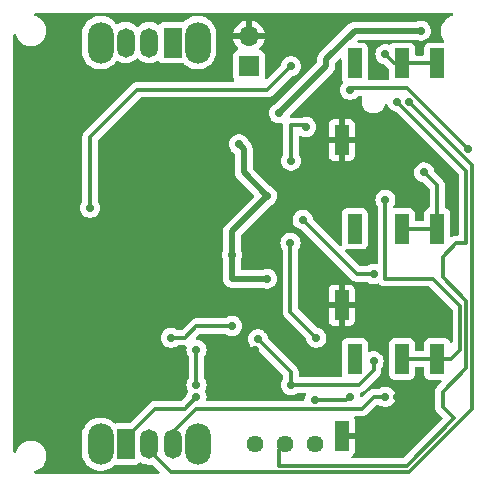
<source format=gbl>
%TF.GenerationSoftware,KiCad,Pcbnew,8.0.2*%
%TF.CreationDate,2025-06-15T12:49:30+05:30*%
%TF.ProjectId,final schematics,66696e61-6c20-4736-9368-656d61746963,1.0*%
%TF.SameCoordinates,Original*%
%TF.FileFunction,Copper,L2,Bot*%
%TF.FilePolarity,Positive*%
%FSLAX46Y46*%
G04 Gerber Fmt 4.6, Leading zero omitted, Abs format (unit mm)*
G04 Created by KiCad (PCBNEW 8.0.2) date 2025-06-15 12:49:30*
%MOMM*%
%LPD*%
G01*
G04 APERTURE LIST*
%TA.AperFunction,ComponentPad*%
%ADD10O,2.200000X3.500000*%
%TD*%
%TA.AperFunction,ComponentPad*%
%ADD11R,1.500000X2.500000*%
%TD*%
%TA.AperFunction,ComponentPad*%
%ADD12O,1.500000X2.500000*%
%TD*%
%TA.AperFunction,ComponentPad*%
%ADD13R,1.700000X1.700000*%
%TD*%
%TA.AperFunction,ComponentPad*%
%ADD14O,1.700000X1.700000*%
%TD*%
%TA.AperFunction,ComponentPad*%
%ADD15C,1.440000*%
%TD*%
%TA.AperFunction,SMDPad,CuDef*%
%ADD16R,1.200000X2.500000*%
%TD*%
%TA.AperFunction,ViaPad*%
%ADD17C,0.700000*%
%TD*%
%TA.AperFunction,Conductor*%
%ADD18C,0.300000*%
%TD*%
%TA.AperFunction,Conductor*%
%ADD19C,0.500000*%
%TD*%
G04 APERTURE END LIST*
D10*
%TO.P,PSWT,*%
%TO.N,*%
X136100000Y-80000000D03*
X127900000Y-80000000D03*
D11*
%TO.P,PSWT,1,C*%
%TO.N,unconnected-(PSWT1-C-Pad1)*%
X134000000Y-80000000D03*
D12*
%TO.P,PSWT,2,B*%
%TO.N,switch*%
X132000000Y-80000000D03*
%TO.P,PSWT,3,A*%
%TO.N,+5V*%
X130000000Y-80000000D03*
%TD*%
D13*
%TO.P,BAT,1,Pin_1*%
%TO.N,switch*%
X140444205Y-82000000D03*
D14*
%TO.P,BAT,2,Pin_2*%
%TO.N,GND*%
X140444205Y-79460000D03*
%TD*%
D10*
%TO.P,MSWT,*%
%TO.N,*%
X127900000Y-114000000D03*
X136100000Y-114000000D03*
D11*
%TO.P,MSWT,1,C*%
%TO.N,Heart*%
X130000000Y-114000000D03*
D12*
%TO.P,MSWT,2,B*%
%TO.N,Net-(SW1-B)*%
X132000000Y-114000000D03*
%TO.P,MSWT,3,A*%
%TO.N,Lungs*%
X134000000Y-114000000D03*
%TD*%
D15*
%TO.P,POT,1,1*%
%TO.N,unconnected-(RV1-Pad1)*%
X146000000Y-114000000D03*
%TO.P,POT,2,2*%
%TO.N,Net-(C13-Pad2)*%
X143460000Y-114000000D03*
%TO.P,POT,3,3*%
%TO.N,Net-(U1B--)*%
X140920000Y-114000000D03*
%TD*%
D16*
%TO.P,Listen,R1*%
%TO.N,FSignal*%
X153400000Y-95750000D03*
%TO.P,Listen,R2*%
X156400000Y-95750000D03*
%TO.P,Listen,S*%
%TO.N,GND*%
X148300000Y-102250000D03*
%TO.P,Listen,T*%
%TO.N,unconnected-(J4-PadT)*%
X149400000Y-95750000D03*
%TD*%
%TO.P,Record,R1*%
%TO.N,Net-(J5-PadR1)*%
X153400000Y-106800000D03*
%TO.P,Record,R2*%
X156400000Y-106800000D03*
%TO.P,Record,S*%
%TO.N,GND*%
X148300000Y-113300000D03*
%TO.P,Record,T*%
%TO.N,unconnected-(J5-PadT)*%
X149400000Y-106800000D03*
%TD*%
%TO.P,AFE in,R1*%
%TO.N,Signal*%
X153400000Y-81750000D03*
%TO.P,AFE in,R2*%
X156400000Y-81750000D03*
%TO.P,AFE in,S*%
%TO.N,GND*%
X148300000Y-88250000D03*
%TO.P,AFE in,T*%
%TO.N,unconnected-(J3-PadT)*%
X149400000Y-81750000D03*
%TD*%
D17*
%TO.N,FSignal*%
X155300000Y-91000000D03*
%TO.N,GND*%
X141000000Y-106000000D03*
X137000000Y-100000000D03*
X154000000Y-93000000D03*
X125971020Y-110300000D03*
X151000000Y-103000000D03*
X136000000Y-86000000D03*
X148000000Y-100000000D03*
X136000000Y-92000000D03*
X125000000Y-105000000D03*
X151000000Y-113300000D03*
X153000000Y-110000000D03*
%TO.N,+5V*%
X155000000Y-79000000D03*
X143000000Y-86000000D03*
%TO.N,Net-(U2A-+)*%
X139000000Y-104000000D03*
X133850000Y-105000000D03*
%TO.N,Signal*%
X152000000Y-81000000D03*
X127000000Y-94000000D03*
X144000000Y-82000000D03*
%TO.N,Net-(C6-Pad2)*%
X145000000Y-95000000D03*
X151000000Y-99602500D03*
%TO.N,Heart*%
X136000000Y-110000000D03*
%TO.N,Lungs*%
X152000000Y-110000000D03*
%TO.N,2.5V*%
X139615921Y-88615919D03*
X142000000Y-93000000D03*
X139000000Y-98000000D03*
X142000000Y-100000000D03*
%TO.N,Net-(SW1-B)*%
X154000000Y-85000000D03*
%TO.N,Net-(U2A--)*%
X136000000Y-106000000D03*
X136000000Y-109000000D03*
%TO.N,Net-(U2C--)*%
X146000000Y-110300000D03*
X149000000Y-110000000D03*
%TO.N,Net-(C13-Pad2)*%
X153000000Y-85000000D03*
%TO.N,Net-(U2D-+)*%
X151000000Y-107000000D03*
X144000000Y-109000000D03*
X141192749Y-105120883D03*
%TO.N,Net-(J5-PadR1)*%
X152000000Y-93300000D03*
%TO.N,Net-(R10-Pad1)*%
X143958716Y-96972117D03*
X146150000Y-105000000D03*
%TO.N,Net-(U1B--)*%
X149000000Y-84000000D03*
X159000000Y-89000000D03*
X145260200Y-87149702D03*
X144000000Y-90000000D03*
%TD*%
D18*
%TO.N,FSignal*%
X156400000Y-92100000D02*
X156400000Y-95750000D01*
X156400000Y-95750000D02*
X153400000Y-95750000D01*
X155300000Y-91000000D02*
X156400000Y-92100000D01*
%TO.N,GND*%
X148300000Y-102250000D02*
X148300000Y-100300000D01*
X148300000Y-100300000D02*
X148000000Y-100000000D01*
X151000000Y-113300000D02*
X148300000Y-113300000D01*
D19*
%TO.N,+5V*%
X143000000Y-86000000D02*
X147000000Y-82000000D01*
X153000000Y-79000000D02*
X155000000Y-79000000D01*
X149400000Y-79000000D02*
X153000000Y-79000000D01*
X147000000Y-81400000D02*
X149400000Y-79000000D01*
X147000000Y-82000000D02*
X147000000Y-81400000D01*
D18*
%TO.N,Net-(U2A-+)*%
X135000000Y-105000000D02*
X136000000Y-104000000D01*
X136000000Y-104000000D02*
X139000000Y-104000000D01*
X133850000Y-105000000D02*
X135000000Y-105000000D01*
%TO.N,Signal*%
X153400000Y-81750000D02*
X152750000Y-81750000D01*
X144000000Y-82000000D02*
X142000000Y-84000000D01*
X142000000Y-84000000D02*
X131000000Y-84000000D01*
X131000000Y-84000000D02*
X127000000Y-88000000D01*
X153400000Y-81750000D02*
X156400000Y-81750000D01*
X127000000Y-88000000D02*
X127000000Y-94000000D01*
X152750000Y-81750000D02*
X152000000Y-81000000D01*
%TO.N,Net-(C6-Pad2)*%
X145000000Y-95000000D02*
X149602500Y-99602500D01*
X149602500Y-99602500D02*
X151000000Y-99602500D01*
%TO.N,Heart*%
X130000000Y-113500000D02*
X130000000Y-114000000D01*
X132500000Y-111000000D02*
X130000000Y-113500000D01*
X136000000Y-110000000D02*
X135000000Y-111000000D01*
X135000000Y-111000000D02*
X132500000Y-111000000D01*
%TO.N,Lungs*%
X136000000Y-111000000D02*
X134000000Y-113000000D01*
X134000000Y-113000000D02*
X134000000Y-114000000D01*
X150000000Y-111000000D02*
X136000000Y-111000000D01*
X151000000Y-110000000D02*
X150000000Y-111000000D01*
X152000000Y-110000000D02*
X151000000Y-110000000D01*
D19*
%TO.N,2.5V*%
X140000000Y-91000000D02*
X140000000Y-89000000D01*
X139615921Y-88615921D02*
X139615921Y-88615919D01*
X139000000Y-100000000D02*
X139000000Y-98000000D01*
X142000000Y-100000000D02*
X139000000Y-100000000D01*
X140000000Y-89000000D02*
X139615921Y-88615921D01*
X139000000Y-96000000D02*
X142000000Y-93000000D01*
X142000000Y-93000000D02*
X140000000Y-91000000D01*
X139000000Y-98000000D02*
X139000000Y-96000000D01*
D18*
%TO.N,Net-(SW1-B)*%
X133850000Y-116350000D02*
X136000000Y-116350000D01*
X159000000Y-90000000D02*
X154000000Y-85000000D01*
X159350000Y-111000000D02*
X159350000Y-90350000D01*
X154000000Y-116350000D02*
X159350000Y-111000000D01*
X136000000Y-116350000D02*
X154000000Y-116350000D01*
X159350000Y-90350000D02*
X159000000Y-90000000D01*
X132000000Y-114000000D02*
X132000000Y-114500000D01*
X132000000Y-114500000D02*
X133850000Y-116350000D01*
%TO.N,Net-(U2A--)*%
X136000000Y-109000000D02*
X136000000Y-106000000D01*
%TO.N,Net-(U2C--)*%
X149000000Y-110000000D02*
X148700000Y-110300000D01*
X148700000Y-110300000D02*
X146000000Y-110300000D01*
%TO.N,Net-(C13-Pad2)*%
X143000000Y-115850000D02*
X143000000Y-114460000D01*
X156850000Y-99850000D02*
X158850000Y-101850000D01*
X158000000Y-97000000D02*
X156850000Y-98150000D01*
X143000000Y-114460000D02*
X143460000Y-114000000D01*
X153792894Y-115850000D02*
X143000000Y-115850000D01*
X158850000Y-97000000D02*
X158000000Y-97000000D01*
X156850000Y-109573654D02*
X156850000Y-110850000D01*
X158850000Y-90850000D02*
X158850000Y-97000000D01*
X156850000Y-98150000D02*
X156850000Y-99850000D01*
X158850000Y-107573654D02*
X156850000Y-109573654D01*
X157821447Y-111821447D02*
X153792894Y-115850000D01*
X153000000Y-85000000D02*
X158850000Y-90850000D01*
X156850000Y-110850000D02*
X157821447Y-111821447D01*
X158850000Y-101850000D02*
X158850000Y-107573654D01*
%TO.N,Net-(U2D-+)*%
X144000000Y-109000000D02*
X149750000Y-109000000D01*
X149750000Y-109000000D02*
X151000000Y-107750000D01*
X141192749Y-105120883D02*
X144000000Y-107928134D01*
X144000000Y-107928134D02*
X144000000Y-109000000D01*
X151000000Y-107750000D02*
X151000000Y-107000000D01*
%TO.N,Net-(J5-PadR1)*%
X157550000Y-106800000D02*
X156400000Y-106800000D01*
X152000000Y-100000000D02*
X156000000Y-100000000D01*
X152000000Y-93300000D02*
X152000000Y-100000000D01*
X156400000Y-106800000D02*
X153400000Y-106800000D01*
X158350000Y-102350000D02*
X158350000Y-106000000D01*
X156000000Y-100000000D02*
X158350000Y-102350000D01*
X158350000Y-106000000D02*
X157550000Y-106800000D01*
%TO.N,Net-(R10-Pad1)*%
X143958716Y-102808716D02*
X143958716Y-96972117D01*
X146150000Y-105000000D02*
X143958716Y-102808716D01*
%TO.N,Net-(U1B--)*%
X145110498Y-87000000D02*
X145260200Y-87149702D01*
X153850000Y-83850000D02*
X159000000Y-89000000D01*
X149150000Y-83850000D02*
X153850000Y-83850000D01*
X144000000Y-87000000D02*
X145110498Y-87000000D01*
X144000000Y-90000000D02*
X144000000Y-87000000D01*
X149000000Y-84000000D02*
X149150000Y-83850000D01*
%TD*%
%TA.AperFunction,Conductor*%
%TO.N,GND*%
G36*
X157690614Y-77520185D02*
G01*
X157736369Y-77572989D01*
X157746313Y-77642147D01*
X157717288Y-77705703D01*
X157661894Y-77742431D01*
X157500776Y-77794781D01*
X157318386Y-77887715D01*
X157152786Y-78008028D01*
X157008028Y-78152786D01*
X156887715Y-78318386D01*
X156794781Y-78500776D01*
X156731522Y-78695465D01*
X156699500Y-78897648D01*
X156699500Y-79102351D01*
X156731522Y-79304534D01*
X156794781Y-79499223D01*
X156887712Y-79681609D01*
X156975627Y-79802615D01*
X156999106Y-79868422D01*
X156983280Y-79936476D01*
X156933174Y-79985170D01*
X156875308Y-79999500D01*
X155752129Y-79999500D01*
X155752123Y-79999501D01*
X155692516Y-80005908D01*
X155557671Y-80056202D01*
X155557664Y-80056206D01*
X155442455Y-80142452D01*
X155442452Y-80142455D01*
X155356206Y-80257664D01*
X155356202Y-80257671D01*
X155305908Y-80392517D01*
X155299501Y-80452116D01*
X155299501Y-80452123D01*
X155299500Y-80452135D01*
X155299500Y-80975500D01*
X155279815Y-81042539D01*
X155227011Y-81088294D01*
X155175500Y-81099500D01*
X154624499Y-81099500D01*
X154557460Y-81079815D01*
X154511705Y-81027011D01*
X154500499Y-80975500D01*
X154500499Y-80452129D01*
X154500498Y-80452123D01*
X154500497Y-80452116D01*
X154494091Y-80392517D01*
X154471177Y-80331082D01*
X154443797Y-80257671D01*
X154443793Y-80257664D01*
X154357547Y-80142455D01*
X154357544Y-80142452D01*
X154242335Y-80056206D01*
X154242328Y-80056202D01*
X154107482Y-80005908D01*
X154107483Y-80005908D01*
X154047883Y-79999501D01*
X154047881Y-79999500D01*
X154047873Y-79999500D01*
X154047864Y-79999500D01*
X152752129Y-79999500D01*
X152752123Y-79999501D01*
X152692516Y-80005908D01*
X152557671Y-80056202D01*
X152557664Y-80056206D01*
X152442457Y-80142451D01*
X152442449Y-80142459D01*
X152432384Y-80155904D01*
X152376449Y-80197774D01*
X152306757Y-80202756D01*
X152282686Y-80194871D01*
X152264267Y-80186671D01*
X152264265Y-80186670D01*
X152119519Y-80155904D01*
X152089391Y-80149500D01*
X151910609Y-80149500D01*
X151880481Y-80155904D01*
X151735733Y-80186670D01*
X151735728Y-80186672D01*
X151572408Y-80259387D01*
X151427768Y-80364475D01*
X151308140Y-80497336D01*
X151218750Y-80652164D01*
X151218747Y-80652170D01*
X151163504Y-80822192D01*
X151163503Y-80822194D01*
X151144815Y-81000000D01*
X151163503Y-81177805D01*
X151163504Y-81177807D01*
X151218747Y-81347829D01*
X151218750Y-81347835D01*
X151308141Y-81502665D01*
X151310820Y-81505640D01*
X151427764Y-81635521D01*
X151427767Y-81635523D01*
X151427770Y-81635526D01*
X151572407Y-81740612D01*
X151735733Y-81813329D01*
X151900012Y-81848247D01*
X151961493Y-81881439D01*
X151961911Y-81881856D01*
X152263181Y-82183126D01*
X152296666Y-82244449D01*
X152299500Y-82270807D01*
X152299500Y-83047870D01*
X152299501Y-83047879D01*
X152301046Y-83062248D01*
X152288639Y-83131007D01*
X152241027Y-83182143D01*
X152177756Y-83199500D01*
X150622244Y-83199500D01*
X150555205Y-83179815D01*
X150509450Y-83127011D01*
X150498954Y-83062247D01*
X150500500Y-83047873D01*
X150500499Y-80452128D01*
X150494091Y-80392517D01*
X150471177Y-80331082D01*
X150443797Y-80257671D01*
X150443793Y-80257664D01*
X150357547Y-80142455D01*
X150357544Y-80142452D01*
X150242335Y-80056206D01*
X150242328Y-80056202D01*
X150107482Y-80005908D01*
X150107483Y-80005908D01*
X150047883Y-79999501D01*
X150047881Y-79999500D01*
X150047873Y-79999500D01*
X150047865Y-79999500D01*
X149761229Y-79999500D01*
X149694190Y-79979815D01*
X149648435Y-79927011D01*
X149638491Y-79857853D01*
X149667516Y-79794297D01*
X149673548Y-79787819D01*
X149674548Y-79786819D01*
X149735871Y-79753334D01*
X149762229Y-79750500D01*
X152926082Y-79750500D01*
X154568259Y-79750500D01*
X154618693Y-79761219D01*
X154735733Y-79813329D01*
X154910609Y-79850500D01*
X154910610Y-79850500D01*
X155089389Y-79850500D01*
X155089391Y-79850500D01*
X155264267Y-79813329D01*
X155427593Y-79740612D01*
X155572230Y-79635526D01*
X155691859Y-79502665D01*
X155781250Y-79347835D01*
X155836497Y-79177803D01*
X155855185Y-79000000D01*
X155836497Y-78822197D01*
X155808365Y-78735616D01*
X155781252Y-78652170D01*
X155781249Y-78652164D01*
X155744739Y-78588926D01*
X155691859Y-78497335D01*
X155631659Y-78430476D01*
X155572235Y-78364478D01*
X155572232Y-78364476D01*
X155572231Y-78364475D01*
X155572230Y-78364474D01*
X155427593Y-78259388D01*
X155264267Y-78186671D01*
X155264265Y-78186670D01*
X155104850Y-78152786D01*
X155089391Y-78149500D01*
X154910609Y-78149500D01*
X154895150Y-78152786D01*
X154735733Y-78186670D01*
X154618694Y-78238780D01*
X154568259Y-78249500D01*
X153073918Y-78249500D01*
X149326082Y-78249500D01*
X149299770Y-78254734D01*
X149299769Y-78254734D01*
X149181094Y-78278339D01*
X149181087Y-78278341D01*
X149113822Y-78306204D01*
X149113821Y-78306204D01*
X149044511Y-78334912D01*
X149044498Y-78334919D01*
X148966102Y-78387303D01*
X148921582Y-78417049D01*
X146417047Y-80921584D01*
X146406252Y-80937740D01*
X146395504Y-80953828D01*
X146365106Y-80999321D01*
X146334914Y-81044507D01*
X146278343Y-81181082D01*
X146278340Y-81181092D01*
X146249500Y-81326079D01*
X146249500Y-81637769D01*
X146229815Y-81704808D01*
X146213181Y-81725450D01*
X142780820Y-85157810D01*
X142740894Y-85182289D01*
X142741669Y-85184029D01*
X142735736Y-85186670D01*
X142735733Y-85186671D01*
X142572408Y-85259388D01*
X142572406Y-85259389D01*
X142427768Y-85364475D01*
X142308140Y-85497336D01*
X142218750Y-85652164D01*
X142218747Y-85652170D01*
X142163504Y-85822192D01*
X142163503Y-85822194D01*
X142144815Y-86000000D01*
X142163503Y-86177805D01*
X142163504Y-86177807D01*
X142218747Y-86347829D01*
X142218750Y-86347835D01*
X142308141Y-86502665D01*
X142349812Y-86548946D01*
X142427764Y-86635521D01*
X142427767Y-86635523D01*
X142427770Y-86635526D01*
X142572407Y-86740612D01*
X142735733Y-86813329D01*
X142910609Y-86850500D01*
X142910610Y-86850500D01*
X143089389Y-86850500D01*
X143089391Y-86850500D01*
X143199719Y-86827049D01*
X143269386Y-86832365D01*
X143325120Y-86874502D01*
X143349225Y-86940082D01*
X143349500Y-86948339D01*
X143349500Y-89403802D01*
X143329815Y-89470841D01*
X143317651Y-89486773D01*
X143308140Y-89497336D01*
X143218750Y-89652164D01*
X143218747Y-89652170D01*
X143163504Y-89822192D01*
X143163503Y-89822194D01*
X143144815Y-90000000D01*
X143163503Y-90177805D01*
X143163504Y-90177807D01*
X143218747Y-90347829D01*
X143218750Y-90347835D01*
X143308141Y-90502665D01*
X143349812Y-90548946D01*
X143427764Y-90635521D01*
X143427767Y-90635523D01*
X143427770Y-90635526D01*
X143572407Y-90740612D01*
X143735733Y-90813329D01*
X143910609Y-90850500D01*
X143910610Y-90850500D01*
X144089389Y-90850500D01*
X144089391Y-90850500D01*
X144264267Y-90813329D01*
X144427593Y-90740612D01*
X144572230Y-90635526D01*
X144691859Y-90502665D01*
X144781250Y-90347835D01*
X144836497Y-90177803D01*
X144855185Y-90000000D01*
X144836497Y-89822197D01*
X144781250Y-89652165D01*
X144721020Y-89547844D01*
X147200000Y-89547844D01*
X147206401Y-89607372D01*
X147206403Y-89607379D01*
X147256645Y-89742086D01*
X147256649Y-89742093D01*
X147342809Y-89857187D01*
X147342812Y-89857190D01*
X147457906Y-89943350D01*
X147457913Y-89943354D01*
X147592620Y-89993596D01*
X147592627Y-89993598D01*
X147652155Y-89999999D01*
X147652172Y-90000000D01*
X148050000Y-90000000D01*
X148550000Y-90000000D01*
X148947828Y-90000000D01*
X148947844Y-89999999D01*
X149007372Y-89993598D01*
X149007379Y-89993596D01*
X149142086Y-89943354D01*
X149142093Y-89943350D01*
X149257187Y-89857190D01*
X149257190Y-89857187D01*
X149343350Y-89742093D01*
X149343354Y-89742086D01*
X149393596Y-89607379D01*
X149393598Y-89607372D01*
X149399999Y-89547844D01*
X149400000Y-89547827D01*
X149400000Y-88500000D01*
X148550000Y-88500000D01*
X148550000Y-90000000D01*
X148050000Y-90000000D01*
X148050000Y-88500000D01*
X147200000Y-88500000D01*
X147200000Y-89547844D01*
X144721020Y-89547844D01*
X144691859Y-89497335D01*
X144682349Y-89486773D01*
X144652120Y-89423782D01*
X144650500Y-89403802D01*
X144650500Y-87999948D01*
X144670185Y-87932909D01*
X144722989Y-87887154D01*
X144792147Y-87877210D01*
X144826094Y-87888962D01*
X144826670Y-87887670D01*
X144832604Y-87890312D01*
X144832607Y-87890314D01*
X144995933Y-87963031D01*
X145170809Y-88000202D01*
X145170810Y-88000202D01*
X145349589Y-88000202D01*
X145349591Y-88000202D01*
X145524467Y-87963031D01*
X145687793Y-87890314D01*
X145832430Y-87785228D01*
X145952059Y-87652367D01*
X146041450Y-87497537D01*
X146096697Y-87327505D01*
X146115385Y-87149702D01*
X146096697Y-86971899D01*
X146090282Y-86952155D01*
X147200000Y-86952155D01*
X147200000Y-88000000D01*
X148050000Y-88000000D01*
X148550000Y-88000000D01*
X149400000Y-88000000D01*
X149400000Y-86952172D01*
X149399999Y-86952155D01*
X149393598Y-86892627D01*
X149393596Y-86892620D01*
X149343354Y-86757913D01*
X149343350Y-86757906D01*
X149257190Y-86642812D01*
X149257187Y-86642809D01*
X149142093Y-86556649D01*
X149142086Y-86556645D01*
X149007379Y-86506403D01*
X149007372Y-86506401D01*
X148947844Y-86500000D01*
X148550000Y-86500000D01*
X148550000Y-88000000D01*
X148050000Y-88000000D01*
X148050000Y-86500000D01*
X147652155Y-86500000D01*
X147592627Y-86506401D01*
X147592620Y-86506403D01*
X147457913Y-86556645D01*
X147457906Y-86556649D01*
X147342812Y-86642809D01*
X147342809Y-86642812D01*
X147256649Y-86757906D01*
X147256645Y-86757913D01*
X147206403Y-86892620D01*
X147206401Y-86892627D01*
X147200000Y-86952155D01*
X146090282Y-86952155D01*
X146057252Y-86850500D01*
X146041452Y-86801872D01*
X146041449Y-86801866D01*
X146006083Y-86740610D01*
X145952059Y-86647037D01*
X145905203Y-86594998D01*
X145832435Y-86514180D01*
X145832432Y-86514178D01*
X145832431Y-86514177D01*
X145832430Y-86514176D01*
X145687793Y-86409090D01*
X145524467Y-86336373D01*
X145524465Y-86336372D01*
X145396794Y-86309235D01*
X145349591Y-86299202D01*
X145170809Y-86299202D01*
X145133639Y-86307102D01*
X144995934Y-86336372D01*
X144995925Y-86336375D01*
X144990525Y-86338780D01*
X144940092Y-86349500D01*
X144011229Y-86349500D01*
X143944190Y-86329815D01*
X143898435Y-86277011D01*
X143888491Y-86207853D01*
X143917516Y-86144297D01*
X143923548Y-86137819D01*
X147582948Y-82478419D01*
X147582951Y-82478416D01*
X147665084Y-82355495D01*
X147721658Y-82218913D01*
X147750500Y-82073918D01*
X147750500Y-81926083D01*
X147750500Y-81762229D01*
X147770185Y-81695190D01*
X147786819Y-81674548D01*
X147925807Y-81535560D01*
X148087821Y-81373545D01*
X148149142Y-81340062D01*
X148218833Y-81345046D01*
X148274767Y-81386917D01*
X148299184Y-81452382D01*
X148299500Y-81461228D01*
X148299500Y-83047870D01*
X148299501Y-83047876D01*
X148305908Y-83107483D01*
X148356202Y-83242328D01*
X148356206Y-83242334D01*
X148377559Y-83270859D01*
X148401976Y-83336323D01*
X148387124Y-83404596D01*
X148370443Y-83428140D01*
X148308140Y-83497336D01*
X148218750Y-83652164D01*
X148218747Y-83652170D01*
X148163504Y-83822192D01*
X148163503Y-83822194D01*
X148144815Y-84000000D01*
X148163503Y-84177805D01*
X148163504Y-84177807D01*
X148218747Y-84347829D01*
X148218750Y-84347835D01*
X148308141Y-84502665D01*
X148329235Y-84526092D01*
X148427764Y-84635521D01*
X148427767Y-84635523D01*
X148427770Y-84635526D01*
X148572407Y-84740612D01*
X148735733Y-84813329D01*
X148910609Y-84850500D01*
X148910610Y-84850500D01*
X149089389Y-84850500D01*
X149089391Y-84850500D01*
X149264267Y-84813329D01*
X149427593Y-84740612D01*
X149572230Y-84635526D01*
X149581257Y-84625501D01*
X149656867Y-84541528D01*
X149716354Y-84504879D01*
X149749017Y-84500500D01*
X149938387Y-84500500D01*
X150005426Y-84520185D01*
X150051181Y-84572989D01*
X150061125Y-84642147D01*
X150052949Y-84671951D01*
X150037949Y-84708165D01*
X150037947Y-84708170D01*
X149999500Y-84901456D01*
X149999500Y-84901459D01*
X149999500Y-85098541D01*
X149999500Y-85098543D01*
X149999499Y-85098543D01*
X150037947Y-85291829D01*
X150037950Y-85291839D01*
X150113364Y-85473907D01*
X150113371Y-85473920D01*
X150222860Y-85637781D01*
X150222863Y-85637785D01*
X150362214Y-85777136D01*
X150362218Y-85777139D01*
X150526079Y-85886628D01*
X150526092Y-85886635D01*
X150708160Y-85962049D01*
X150708165Y-85962051D01*
X150708169Y-85962051D01*
X150708170Y-85962052D01*
X150901456Y-86000500D01*
X150901459Y-86000500D01*
X151098543Y-86000500D01*
X151228582Y-85974632D01*
X151291835Y-85962051D01*
X151473914Y-85886632D01*
X151637782Y-85777139D01*
X151777139Y-85637782D01*
X151886632Y-85473914D01*
X151962051Y-85291835D01*
X151962053Y-85291823D01*
X151962608Y-85289997D01*
X151963164Y-85289148D01*
X151964382Y-85286208D01*
X151964939Y-85286438D01*
X152000904Y-85231557D01*
X152064715Y-85203098D01*
X152133782Y-85213656D01*
X152186177Y-85259879D01*
X152199201Y-85287670D01*
X152218747Y-85347829D01*
X152218750Y-85347835D01*
X152308141Y-85502665D01*
X152349812Y-85548946D01*
X152427764Y-85635521D01*
X152427767Y-85635523D01*
X152427770Y-85635526D01*
X152572407Y-85740612D01*
X152735733Y-85813329D01*
X152735735Y-85813329D01*
X152735736Y-85813330D01*
X152792275Y-85825347D01*
X152900010Y-85848247D01*
X152961490Y-85881438D01*
X152961909Y-85881855D01*
X158163181Y-91083127D01*
X158196666Y-91144450D01*
X158199500Y-91170808D01*
X158199500Y-96225500D01*
X158179815Y-96292539D01*
X158127011Y-96338294D01*
X158075500Y-96349500D01*
X157935929Y-96349500D01*
X157810261Y-96374497D01*
X157810251Y-96374500D01*
X157761220Y-96394810D01*
X157691881Y-96423530D01*
X157686500Y-96426407D01*
X157685708Y-96424926D01*
X157626711Y-96443399D01*
X157559331Y-96424914D01*
X157512642Y-96372935D01*
X157500499Y-96319419D01*
X157500499Y-94452129D01*
X157500498Y-94452123D01*
X157500497Y-94452116D01*
X157494091Y-94392517D01*
X157483632Y-94364476D01*
X157443797Y-94257671D01*
X157443793Y-94257664D01*
X157357547Y-94142455D01*
X157357544Y-94142452D01*
X157242335Y-94056206D01*
X157242329Y-94056203D01*
X157131166Y-94014741D01*
X157075233Y-93972869D01*
X157050816Y-93907405D01*
X157050500Y-93898559D01*
X157050500Y-92035928D01*
X157025502Y-91910261D01*
X157025501Y-91910260D01*
X157025501Y-91910256D01*
X156976465Y-91791873D01*
X156905277Y-91685331D01*
X156905275Y-91685329D01*
X156905273Y-91685326D01*
X156905272Y-91685325D01*
X156178628Y-90958682D01*
X156145143Y-90897359D01*
X156142988Y-90883961D01*
X156139471Y-90850500D01*
X156136497Y-90822197D01*
X156105062Y-90725451D01*
X156081252Y-90652170D01*
X156081249Y-90652164D01*
X156071643Y-90635526D01*
X155991859Y-90497335D01*
X155945003Y-90445296D01*
X155872235Y-90364478D01*
X155872232Y-90364476D01*
X155872231Y-90364475D01*
X155872230Y-90364474D01*
X155727593Y-90259388D01*
X155564267Y-90186671D01*
X155564265Y-90186670D01*
X155436594Y-90159533D01*
X155389391Y-90149500D01*
X155210609Y-90149500D01*
X155179954Y-90156015D01*
X155035733Y-90186670D01*
X155035728Y-90186672D01*
X154872408Y-90259387D01*
X154727768Y-90364475D01*
X154608140Y-90497336D01*
X154518750Y-90652164D01*
X154518747Y-90652170D01*
X154463504Y-90822192D01*
X154463503Y-90822194D01*
X154444815Y-91000000D01*
X154463503Y-91177805D01*
X154463504Y-91177807D01*
X154518747Y-91347829D01*
X154518750Y-91347835D01*
X154608141Y-91502665D01*
X154649812Y-91548946D01*
X154727764Y-91635521D01*
X154727767Y-91635523D01*
X154727770Y-91635526D01*
X154872407Y-91740612D01*
X155035733Y-91813329D01*
X155035735Y-91813329D01*
X155035736Y-91813330D01*
X155092275Y-91825347D01*
X155200010Y-91848247D01*
X155261490Y-91881438D01*
X155261909Y-91881855D01*
X155713181Y-92333127D01*
X155746666Y-92394450D01*
X155749500Y-92420808D01*
X155749500Y-93898560D01*
X155729815Y-93965599D01*
X155677011Y-94011354D01*
X155668833Y-94014742D01*
X155557671Y-94056202D01*
X155557664Y-94056206D01*
X155442455Y-94142452D01*
X155442452Y-94142455D01*
X155356206Y-94257664D01*
X155356202Y-94257671D01*
X155305908Y-94392517D01*
X155299501Y-94452116D01*
X155299501Y-94452123D01*
X155299500Y-94452135D01*
X155299500Y-94975500D01*
X155279815Y-95042539D01*
X155227011Y-95088294D01*
X155175500Y-95099500D01*
X154624499Y-95099500D01*
X154557460Y-95079815D01*
X154511705Y-95027011D01*
X154500499Y-94975500D01*
X154500499Y-94452129D01*
X154500498Y-94452123D01*
X154500497Y-94452116D01*
X154494091Y-94392517D01*
X154483632Y-94364476D01*
X154443797Y-94257671D01*
X154443793Y-94257664D01*
X154357547Y-94142455D01*
X154357544Y-94142452D01*
X154242335Y-94056206D01*
X154242328Y-94056202D01*
X154107482Y-94005908D01*
X154107483Y-94005908D01*
X154047883Y-93999501D01*
X154047881Y-93999500D01*
X154047873Y-93999500D01*
X154047865Y-93999500D01*
X152792212Y-93999500D01*
X152725173Y-93979815D01*
X152679418Y-93927011D01*
X152669474Y-93857853D01*
X152689408Y-93808754D01*
X152688610Y-93808293D01*
X152727686Y-93740610D01*
X152781250Y-93647835D01*
X152836497Y-93477803D01*
X152855185Y-93300000D01*
X152836497Y-93122197D01*
X152796793Y-93000000D01*
X152781252Y-92952170D01*
X152781249Y-92952164D01*
X152691859Y-92797335D01*
X152645003Y-92745296D01*
X152572235Y-92664478D01*
X152572232Y-92664476D01*
X152572231Y-92664475D01*
X152572230Y-92664474D01*
X152427593Y-92559388D01*
X152264267Y-92486671D01*
X152264265Y-92486670D01*
X152136594Y-92459533D01*
X152089391Y-92449500D01*
X151910609Y-92449500D01*
X151879954Y-92456015D01*
X151735733Y-92486670D01*
X151735728Y-92486672D01*
X151572408Y-92559387D01*
X151427768Y-92664475D01*
X151308140Y-92797336D01*
X151218750Y-92952164D01*
X151218747Y-92952170D01*
X151163504Y-93122192D01*
X151163503Y-93122194D01*
X151144815Y-93300000D01*
X151163503Y-93477805D01*
X151163504Y-93477807D01*
X151218747Y-93647829D01*
X151218750Y-93647835D01*
X151308141Y-93802665D01*
X151313209Y-93808293D01*
X151317648Y-93813223D01*
X151347879Y-93876213D01*
X151349500Y-93896197D01*
X151349500Y-98654160D01*
X151329815Y-98721199D01*
X151277011Y-98766954D01*
X151207853Y-98776898D01*
X151199720Y-98775451D01*
X151185395Y-98772406D01*
X151089391Y-98752000D01*
X150910609Y-98752000D01*
X150879954Y-98758515D01*
X150735733Y-98789170D01*
X150735728Y-98789172D01*
X150572408Y-98861888D01*
X150572403Y-98861890D01*
X150480974Y-98928318D01*
X150415168Y-98951798D01*
X150408089Y-98952000D01*
X149923308Y-98952000D01*
X149856269Y-98932315D01*
X149835627Y-98915681D01*
X148629033Y-97709087D01*
X148595548Y-97647764D01*
X148600532Y-97578072D01*
X148642404Y-97522139D01*
X148707868Y-97497722D01*
X148729960Y-97498116D01*
X148752127Y-97500500D01*
X150047872Y-97500499D01*
X150107483Y-97494091D01*
X150242331Y-97443796D01*
X150357546Y-97357546D01*
X150443796Y-97242331D01*
X150494091Y-97107483D01*
X150500500Y-97047873D01*
X150500499Y-94452128D01*
X150494091Y-94392517D01*
X150483632Y-94364476D01*
X150443797Y-94257671D01*
X150443793Y-94257664D01*
X150357547Y-94142455D01*
X150357544Y-94142452D01*
X150242335Y-94056206D01*
X150242328Y-94056202D01*
X150107482Y-94005908D01*
X150107483Y-94005908D01*
X150047883Y-93999501D01*
X150047881Y-93999500D01*
X150047873Y-93999500D01*
X150047864Y-93999500D01*
X148752129Y-93999500D01*
X148752123Y-93999501D01*
X148692516Y-94005908D01*
X148557671Y-94056202D01*
X148557664Y-94056206D01*
X148442455Y-94142452D01*
X148442452Y-94142455D01*
X148356206Y-94257664D01*
X148356202Y-94257671D01*
X148305908Y-94392517D01*
X148299501Y-94452116D01*
X148299501Y-94452123D01*
X148299500Y-94452135D01*
X148299500Y-97047870D01*
X148299501Y-97047886D01*
X148301882Y-97070035D01*
X148289473Y-97138794D01*
X148241860Y-97189929D01*
X148174160Y-97207205D01*
X148107867Y-97185137D01*
X148090911Y-97170965D01*
X145878628Y-94958682D01*
X145845143Y-94897359D01*
X145842988Y-94883961D01*
X145839471Y-94850500D01*
X145836497Y-94822197D01*
X145781250Y-94652165D01*
X145691859Y-94497335D01*
X145645003Y-94445296D01*
X145572235Y-94364478D01*
X145572232Y-94364476D01*
X145572231Y-94364475D01*
X145572230Y-94364474D01*
X145427593Y-94259388D01*
X145264267Y-94186671D01*
X145264265Y-94186670D01*
X145136594Y-94159533D01*
X145089391Y-94149500D01*
X144910609Y-94149500D01*
X144879954Y-94156015D01*
X144735733Y-94186670D01*
X144735728Y-94186672D01*
X144572408Y-94259387D01*
X144427768Y-94364475D01*
X144308140Y-94497336D01*
X144218750Y-94652164D01*
X144218747Y-94652170D01*
X144163504Y-94822192D01*
X144163503Y-94822194D01*
X144144815Y-95000000D01*
X144163503Y-95177805D01*
X144163504Y-95177807D01*
X144218747Y-95347829D01*
X144218750Y-95347835D01*
X144308141Y-95502665D01*
X144325176Y-95521584D01*
X144427764Y-95635521D01*
X144427767Y-95635523D01*
X144427770Y-95635526D01*
X144572407Y-95740612D01*
X144735733Y-95813329D01*
X144735735Y-95813329D01*
X144735736Y-95813330D01*
X144792275Y-95825347D01*
X144900010Y-95848247D01*
X144961490Y-95881438D01*
X144961909Y-95881855D01*
X149187825Y-100107772D01*
X149187832Y-100107778D01*
X149292634Y-100177804D01*
X149292633Y-100177805D01*
X149292642Y-100177808D01*
X149294373Y-100178965D01*
X149412756Y-100228001D01*
X149412760Y-100228001D01*
X149412761Y-100228002D01*
X149538428Y-100253000D01*
X149538431Y-100253000D01*
X150408089Y-100253000D01*
X150475128Y-100272685D01*
X150480976Y-100276682D01*
X150572407Y-100343112D01*
X150735733Y-100415829D01*
X150910609Y-100453000D01*
X150910610Y-100453000D01*
X151089389Y-100453000D01*
X151089391Y-100453000D01*
X151264267Y-100415829D01*
X151347416Y-100378808D01*
X151416663Y-100369525D01*
X151479940Y-100399153D01*
X151493705Y-100413427D01*
X151494729Y-100414675D01*
X151585327Y-100505273D01*
X151585331Y-100505276D01*
X151691866Y-100576461D01*
X151691875Y-100576466D01*
X151718692Y-100587574D01*
X151810256Y-100625501D01*
X151810260Y-100625501D01*
X151810261Y-100625502D01*
X151935928Y-100650500D01*
X151935931Y-100650500D01*
X152064069Y-100650500D01*
X155679192Y-100650500D01*
X155746231Y-100670185D01*
X155766873Y-100686819D01*
X157663181Y-102583127D01*
X157696666Y-102644450D01*
X157699500Y-102670808D01*
X157699500Y-105305951D01*
X157679815Y-105372990D01*
X157627011Y-105418745D01*
X157557853Y-105428689D01*
X157494297Y-105399664D01*
X157459318Y-105349284D01*
X157443797Y-105307671D01*
X157443793Y-105307664D01*
X157357547Y-105192455D01*
X157357544Y-105192452D01*
X157242335Y-105106206D01*
X157242328Y-105106202D01*
X157107482Y-105055908D01*
X157107483Y-105055908D01*
X157047883Y-105049501D01*
X157047881Y-105049500D01*
X157047873Y-105049500D01*
X157047864Y-105049500D01*
X155752129Y-105049500D01*
X155752123Y-105049501D01*
X155692516Y-105055908D01*
X155557671Y-105106202D01*
X155557664Y-105106206D01*
X155442455Y-105192452D01*
X155442452Y-105192455D01*
X155356206Y-105307664D01*
X155356202Y-105307671D01*
X155305908Y-105442517D01*
X155300015Y-105497335D01*
X155299501Y-105502123D01*
X155299500Y-105502135D01*
X155299500Y-106025500D01*
X155279815Y-106092539D01*
X155227011Y-106138294D01*
X155175500Y-106149500D01*
X154624499Y-106149500D01*
X154557460Y-106129815D01*
X154511705Y-106077011D01*
X154500499Y-106025500D01*
X154500499Y-105502129D01*
X154500498Y-105502123D01*
X154500497Y-105502116D01*
X154494091Y-105442517D01*
X154488933Y-105428689D01*
X154443797Y-105307671D01*
X154443793Y-105307664D01*
X154357547Y-105192455D01*
X154357544Y-105192452D01*
X154242335Y-105106206D01*
X154242328Y-105106202D01*
X154107482Y-105055908D01*
X154107483Y-105055908D01*
X154047883Y-105049501D01*
X154047881Y-105049500D01*
X154047873Y-105049500D01*
X154047864Y-105049500D01*
X152752129Y-105049500D01*
X152752123Y-105049501D01*
X152692516Y-105055908D01*
X152557671Y-105106202D01*
X152557664Y-105106206D01*
X152442455Y-105192452D01*
X152442452Y-105192455D01*
X152356206Y-105307664D01*
X152356202Y-105307671D01*
X152305908Y-105442517D01*
X152300015Y-105497335D01*
X152299501Y-105502123D01*
X152299500Y-105502135D01*
X152299500Y-108097870D01*
X152299501Y-108097876D01*
X152305908Y-108157483D01*
X152356202Y-108292328D01*
X152356206Y-108292335D01*
X152442452Y-108407544D01*
X152442455Y-108407547D01*
X152557664Y-108493793D01*
X152557671Y-108493797D01*
X152692517Y-108544091D01*
X152692516Y-108544091D01*
X152699444Y-108544835D01*
X152752127Y-108550500D01*
X154047872Y-108550499D01*
X154107483Y-108544091D01*
X154242331Y-108493796D01*
X154357546Y-108407546D01*
X154443796Y-108292331D01*
X154494091Y-108157483D01*
X154500500Y-108097873D01*
X154500500Y-107574500D01*
X154520185Y-107507461D01*
X154572989Y-107461706D01*
X154624500Y-107450500D01*
X155175501Y-107450500D01*
X155242540Y-107470185D01*
X155288295Y-107522989D01*
X155299501Y-107574500D01*
X155299501Y-108097876D01*
X155305908Y-108157483D01*
X155356202Y-108292328D01*
X155356206Y-108292335D01*
X155442452Y-108407544D01*
X155442455Y-108407547D01*
X155557664Y-108493793D01*
X155557671Y-108493797D01*
X155692517Y-108544091D01*
X155692516Y-108544091D01*
X155699444Y-108544835D01*
X155752127Y-108550500D01*
X156653846Y-108550499D01*
X156720885Y-108570183D01*
X156766640Y-108622987D01*
X156776584Y-108692146D01*
X156747559Y-108755702D01*
X156741527Y-108762180D01*
X156344727Y-109158979D01*
X156344726Y-109158980D01*
X156344723Y-109158985D01*
X156277639Y-109259386D01*
X156277638Y-109259387D01*
X156277637Y-109259386D01*
X156273535Y-109265526D01*
X156273534Y-109265528D01*
X156224499Y-109383909D01*
X156224499Y-109383910D01*
X156199500Y-109509582D01*
X156199500Y-109509585D01*
X156199500Y-110914069D01*
X156199500Y-110914071D01*
X156199499Y-110914071D01*
X156224497Y-111039738D01*
X156224499Y-111039744D01*
X156273534Y-111158125D01*
X156344726Y-111264673D01*
X156813819Y-111733766D01*
X156847304Y-111795089D01*
X156842320Y-111864781D01*
X156813819Y-111909128D01*
X153559767Y-115163181D01*
X153498444Y-115196666D01*
X153472086Y-115199500D01*
X149239269Y-115199500D01*
X149172230Y-115179815D01*
X149126475Y-115127011D01*
X149116531Y-115057853D01*
X149145556Y-114994297D01*
X149164958Y-114976234D01*
X149257187Y-114907190D01*
X149257190Y-114907187D01*
X149343350Y-114792093D01*
X149343354Y-114792086D01*
X149393596Y-114657379D01*
X149393598Y-114657372D01*
X149399999Y-114597844D01*
X149400000Y-114597827D01*
X149400000Y-113550000D01*
X148174000Y-113550000D01*
X148106961Y-113530315D01*
X148061206Y-113477511D01*
X148050000Y-113426000D01*
X148050000Y-113174000D01*
X148069685Y-113106961D01*
X148122489Y-113061206D01*
X148174000Y-113050000D01*
X149400000Y-113050000D01*
X149400000Y-112002172D01*
X149399999Y-112002155D01*
X149393598Y-111942627D01*
X149393596Y-111942620D01*
X149347054Y-111817833D01*
X149342070Y-111748142D01*
X149375555Y-111686818D01*
X149436878Y-111653334D01*
X149463236Y-111650500D01*
X150064071Y-111650500D01*
X150148615Y-111633682D01*
X150189744Y-111625501D01*
X150308127Y-111576465D01*
X150414669Y-111505277D01*
X151233127Y-110686819D01*
X151294450Y-110653334D01*
X151320808Y-110650500D01*
X151408089Y-110650500D01*
X151475128Y-110670185D01*
X151480976Y-110674182D01*
X151572407Y-110740612D01*
X151735733Y-110813329D01*
X151910609Y-110850500D01*
X151910610Y-110850500D01*
X152089389Y-110850500D01*
X152089391Y-110850500D01*
X152264267Y-110813329D01*
X152427593Y-110740612D01*
X152572230Y-110635526D01*
X152691859Y-110502665D01*
X152781250Y-110347835D01*
X152836497Y-110177803D01*
X152855185Y-110000000D01*
X152836497Y-109822197D01*
X152787105Y-109670185D01*
X152781252Y-109652170D01*
X152781249Y-109652164D01*
X152691859Y-109497335D01*
X152638433Y-109438000D01*
X152572235Y-109364478D01*
X152572232Y-109364476D01*
X152572231Y-109364475D01*
X152572230Y-109364474D01*
X152427593Y-109259388D01*
X152264267Y-109186671D01*
X152264265Y-109186670D01*
X152133986Y-109158979D01*
X152089391Y-109149500D01*
X151910609Y-109149500D01*
X151879954Y-109156015D01*
X151735733Y-109186670D01*
X151735728Y-109186672D01*
X151572410Y-109259387D01*
X151572403Y-109259390D01*
X151480974Y-109325818D01*
X151415168Y-109349298D01*
X151408089Y-109349500D01*
X150935929Y-109349500D01*
X150810261Y-109374497D01*
X150810251Y-109374500D01*
X150787535Y-109383910D01*
X150691881Y-109423530D01*
X150691863Y-109423540D01*
X150585332Y-109494721D01*
X150585325Y-109494727D01*
X150060398Y-110019654D01*
X149999075Y-110053139D01*
X149929383Y-110048155D01*
X149873450Y-110006283D01*
X149849397Y-109944938D01*
X149836497Y-109822197D01*
X149825855Y-109789444D01*
X149823860Y-109719603D01*
X149859941Y-109659770D01*
X149919595Y-109629508D01*
X149939744Y-109625501D01*
X150058127Y-109576465D01*
X150070906Y-109567926D01*
X150083684Y-109559389D01*
X150110679Y-109541351D01*
X150164669Y-109505277D01*
X151505277Y-108164669D01*
X151576465Y-108058127D01*
X151625501Y-107939744D01*
X151650500Y-107814069D01*
X151650500Y-107596197D01*
X151670185Y-107529158D01*
X151682352Y-107513223D01*
X151691859Y-107502665D01*
X151781250Y-107347835D01*
X151836497Y-107177803D01*
X151855185Y-107000000D01*
X151836497Y-106822197D01*
X151781250Y-106652165D01*
X151691859Y-106497335D01*
X151645003Y-106445296D01*
X151572235Y-106364478D01*
X151572232Y-106364476D01*
X151572231Y-106364475D01*
X151572230Y-106364474D01*
X151427593Y-106259388D01*
X151264267Y-106186671D01*
X151264265Y-106186670D01*
X151136594Y-106159533D01*
X151089391Y-106149500D01*
X150910609Y-106149500D01*
X150879954Y-106156015D01*
X150735733Y-106186670D01*
X150735732Y-106186670D01*
X150674934Y-106213740D01*
X150605684Y-106223024D01*
X150542407Y-106193395D01*
X150505195Y-106134260D01*
X150500499Y-106100460D01*
X150500499Y-105502129D01*
X150500498Y-105502123D01*
X150500497Y-105502116D01*
X150494091Y-105442517D01*
X150488933Y-105428689D01*
X150443797Y-105307671D01*
X150443793Y-105307664D01*
X150357547Y-105192455D01*
X150357544Y-105192452D01*
X150242335Y-105106206D01*
X150242328Y-105106202D01*
X150107482Y-105055908D01*
X150107483Y-105055908D01*
X150047883Y-105049501D01*
X150047881Y-105049500D01*
X150047873Y-105049500D01*
X150047864Y-105049500D01*
X148752129Y-105049500D01*
X148752123Y-105049501D01*
X148692516Y-105055908D01*
X148557671Y-105106202D01*
X148557664Y-105106206D01*
X148442455Y-105192452D01*
X148442452Y-105192455D01*
X148356206Y-105307664D01*
X148356202Y-105307671D01*
X148305908Y-105442517D01*
X148300015Y-105497335D01*
X148299501Y-105502123D01*
X148299500Y-105502135D01*
X148299500Y-108097870D01*
X148299501Y-108097876D01*
X148305909Y-108157485D01*
X148315115Y-108182168D01*
X148320099Y-108251860D01*
X148286613Y-108313182D01*
X148225289Y-108346667D01*
X148198933Y-108349500D01*
X144774500Y-108349500D01*
X144707461Y-108329815D01*
X144661706Y-108277011D01*
X144650500Y-108225500D01*
X144650500Y-107864062D01*
X144625502Y-107738395D01*
X144625501Y-107738394D01*
X144625501Y-107738390D01*
X144576465Y-107620007D01*
X144536541Y-107560256D01*
X144536541Y-107560255D01*
X144505274Y-107513461D01*
X144505271Y-107513458D01*
X142071377Y-105079565D01*
X142037892Y-105018242D01*
X142035737Y-105004844D01*
X142029246Y-104943081D01*
X142027536Y-104937819D01*
X141973999Y-104773048D01*
X141884608Y-104618218D01*
X141837752Y-104566179D01*
X141764984Y-104485361D01*
X141764981Y-104485359D01*
X141764980Y-104485358D01*
X141764979Y-104485357D01*
X141620342Y-104380271D01*
X141457016Y-104307554D01*
X141457014Y-104307553D01*
X141329343Y-104280416D01*
X141282140Y-104270383D01*
X141103358Y-104270383D01*
X141072703Y-104276898D01*
X140928482Y-104307553D01*
X140928477Y-104307555D01*
X140765157Y-104380270D01*
X140620517Y-104485358D01*
X140500889Y-104618219D01*
X140411499Y-104773047D01*
X140411496Y-104773053D01*
X140356253Y-104943075D01*
X140356252Y-104943077D01*
X140337564Y-105120883D01*
X140356252Y-105298688D01*
X140356253Y-105298690D01*
X140411496Y-105468712D01*
X140411499Y-105468718D01*
X140500890Y-105623548D01*
X140542561Y-105669829D01*
X140620513Y-105756404D01*
X140620516Y-105756406D01*
X140620519Y-105756409D01*
X140765156Y-105861495D01*
X140928482Y-105934212D01*
X140928484Y-105934212D01*
X140928485Y-105934213D01*
X140985024Y-105946230D01*
X141092759Y-105969130D01*
X141154239Y-106002321D01*
X141154658Y-106002738D01*
X143313181Y-108161261D01*
X143346666Y-108222584D01*
X143349500Y-108248942D01*
X143349500Y-108403802D01*
X143329815Y-108470841D01*
X143317651Y-108486773D01*
X143308140Y-108497336D01*
X143218750Y-108652164D01*
X143218747Y-108652170D01*
X143163504Y-108822192D01*
X143163503Y-108822194D01*
X143144815Y-109000000D01*
X143163503Y-109177805D01*
X143163504Y-109177807D01*
X143218747Y-109347829D01*
X143218748Y-109347830D01*
X143218750Y-109347835D01*
X143308141Y-109502665D01*
X143314372Y-109509585D01*
X143427764Y-109635521D01*
X143427767Y-109635523D01*
X143427770Y-109635526D01*
X143572407Y-109740612D01*
X143735733Y-109813329D01*
X143910609Y-109850500D01*
X143910610Y-109850500D01*
X144089389Y-109850500D01*
X144089391Y-109850500D01*
X144264267Y-109813329D01*
X144427593Y-109740612D01*
X144519025Y-109674182D01*
X144584831Y-109650702D01*
X144591911Y-109650500D01*
X145178142Y-109650500D01*
X145245181Y-109670185D01*
X145290936Y-109722989D01*
X145300880Y-109792147D01*
X145285529Y-109836500D01*
X145218750Y-109952164D01*
X145218747Y-109952170D01*
X145163504Y-110122192D01*
X145163503Y-110122195D01*
X145151283Y-110238462D01*
X145124698Y-110303077D01*
X145067400Y-110343061D01*
X145027962Y-110349500D01*
X136951381Y-110349500D01*
X136884342Y-110329815D01*
X136838587Y-110277011D01*
X136828643Y-110207853D01*
X136833449Y-110187185D01*
X136836495Y-110177808D01*
X136836496Y-110177807D01*
X136836497Y-110177803D01*
X136855185Y-110000000D01*
X136836497Y-109822197D01*
X136787105Y-109670185D01*
X136781252Y-109652170D01*
X136781251Y-109652169D01*
X136781250Y-109652165D01*
X136729190Y-109561996D01*
X136712719Y-109494101D01*
X136729190Y-109438004D01*
X136781250Y-109347835D01*
X136836497Y-109177803D01*
X136855185Y-109000000D01*
X136836497Y-108822197D01*
X136781250Y-108652165D01*
X136691859Y-108497335D01*
X136682349Y-108486773D01*
X136652120Y-108423782D01*
X136650500Y-108403802D01*
X136650500Y-106596197D01*
X136670185Y-106529158D01*
X136682352Y-106513223D01*
X136691859Y-106502665D01*
X136781250Y-106347835D01*
X136836497Y-106177803D01*
X136855185Y-106000000D01*
X136836497Y-105822197D01*
X136781250Y-105652165D01*
X136691859Y-105497335D01*
X136645003Y-105445296D01*
X136572235Y-105364478D01*
X136572232Y-105364476D01*
X136572231Y-105364475D01*
X136572230Y-105364474D01*
X136427593Y-105259388D01*
X136264267Y-105186671D01*
X136264265Y-105186670D01*
X136136594Y-105159533D01*
X136089391Y-105149500D01*
X136069807Y-105149500D01*
X136002768Y-105129815D01*
X135957013Y-105077011D01*
X135947069Y-105007853D01*
X135976094Y-104944297D01*
X135982126Y-104937819D01*
X136069446Y-104850500D01*
X136233127Y-104686819D01*
X136294450Y-104653334D01*
X136320808Y-104650500D01*
X138408089Y-104650500D01*
X138475128Y-104670185D01*
X138480976Y-104674182D01*
X138572407Y-104740612D01*
X138735733Y-104813329D01*
X138910609Y-104850500D01*
X138910610Y-104850500D01*
X139089389Y-104850500D01*
X139089391Y-104850500D01*
X139264267Y-104813329D01*
X139427593Y-104740612D01*
X139572230Y-104635526D01*
X139587814Y-104618219D01*
X139598148Y-104606741D01*
X139691859Y-104502665D01*
X139781250Y-104347835D01*
X139836497Y-104177803D01*
X139855185Y-104000000D01*
X139836497Y-103822197D01*
X139781250Y-103652165D01*
X139691859Y-103497335D01*
X139645003Y-103445296D01*
X139572235Y-103364478D01*
X139572232Y-103364476D01*
X139572231Y-103364475D01*
X139572230Y-103364474D01*
X139427593Y-103259388D01*
X139264267Y-103186671D01*
X139264265Y-103186670D01*
X139136594Y-103159533D01*
X139089391Y-103149500D01*
X138910609Y-103149500D01*
X138879954Y-103156015D01*
X138735733Y-103186670D01*
X138735728Y-103186672D01*
X138572408Y-103259388D01*
X138572403Y-103259390D01*
X138480974Y-103325818D01*
X138415168Y-103349298D01*
X138408089Y-103349500D01*
X135935929Y-103349500D01*
X135810261Y-103374497D01*
X135810251Y-103374500D01*
X135779341Y-103387303D01*
X135779342Y-103387304D01*
X135691877Y-103423532D01*
X135691863Y-103423540D01*
X135585332Y-103494721D01*
X135585325Y-103494727D01*
X134766873Y-104313181D01*
X134705550Y-104346666D01*
X134679192Y-104349500D01*
X134441911Y-104349500D01*
X134374872Y-104329815D01*
X134369025Y-104325818D01*
X134277594Y-104259389D01*
X134277593Y-104259388D01*
X134114267Y-104186671D01*
X134114265Y-104186670D01*
X133986594Y-104159533D01*
X133939391Y-104149500D01*
X133760609Y-104149500D01*
X133729954Y-104156015D01*
X133585733Y-104186670D01*
X133585728Y-104186672D01*
X133422408Y-104259387D01*
X133277768Y-104364475D01*
X133158140Y-104497336D01*
X133068750Y-104652164D01*
X133068747Y-104652170D01*
X133013504Y-104822192D01*
X133013503Y-104822194D01*
X132994815Y-105000000D01*
X133013503Y-105177805D01*
X133013504Y-105177807D01*
X133068747Y-105347829D01*
X133068750Y-105347835D01*
X133158141Y-105502665D01*
X133199812Y-105548946D01*
X133277764Y-105635521D01*
X133277767Y-105635523D01*
X133277770Y-105635526D01*
X133422407Y-105740612D01*
X133585733Y-105813329D01*
X133760609Y-105850500D01*
X133760610Y-105850500D01*
X133939389Y-105850500D01*
X133939391Y-105850500D01*
X134114267Y-105813329D01*
X134277593Y-105740612D01*
X134369025Y-105674182D01*
X134434831Y-105650702D01*
X134441911Y-105650500D01*
X135048619Y-105650500D01*
X135115658Y-105670185D01*
X135161413Y-105722989D01*
X135171357Y-105792147D01*
X135166551Y-105812815D01*
X135163504Y-105822191D01*
X135163503Y-105822194D01*
X135144815Y-106000000D01*
X135163503Y-106177805D01*
X135163504Y-106177807D01*
X135218747Y-106347829D01*
X135218750Y-106347835D01*
X135308141Y-106502665D01*
X135317648Y-106513223D01*
X135347879Y-106576213D01*
X135349500Y-106596197D01*
X135349500Y-108403802D01*
X135329815Y-108470841D01*
X135317651Y-108486773D01*
X135308140Y-108497336D01*
X135218750Y-108652164D01*
X135218747Y-108652170D01*
X135163504Y-108822192D01*
X135163503Y-108822194D01*
X135144815Y-109000000D01*
X135163503Y-109177805D01*
X135163504Y-109177807D01*
X135218750Y-109347836D01*
X135270806Y-109438000D01*
X135287279Y-109505900D01*
X135270806Y-109562000D01*
X135218750Y-109652163D01*
X135163504Y-109822192D01*
X135163503Y-109822194D01*
X135157011Y-109883963D01*
X135130425Y-109948577D01*
X135121371Y-109958681D01*
X134766873Y-110313181D01*
X134705550Y-110346666D01*
X134679192Y-110349500D01*
X132435929Y-110349500D01*
X132310261Y-110374497D01*
X132310255Y-110374499D01*
X132191874Y-110423534D01*
X132085326Y-110494726D01*
X130366871Y-112213181D01*
X130305548Y-112246666D01*
X130279190Y-112249500D01*
X129202129Y-112249500D01*
X129202123Y-112249501D01*
X129135443Y-112256669D01*
X129066683Y-112244262D01*
X129034509Y-112221060D01*
X128942654Y-112129205D01*
X128942649Y-112129201D01*
X128738848Y-111981132D01*
X128738847Y-111981131D01*
X128738845Y-111981130D01*
X128663265Y-111942620D01*
X128514383Y-111866760D01*
X128274785Y-111788910D01*
X128025962Y-111749500D01*
X127774038Y-111749500D01*
X127649728Y-111769189D01*
X127525214Y-111788910D01*
X127285616Y-111866760D01*
X127061151Y-111981132D01*
X126857350Y-112129201D01*
X126857345Y-112129205D01*
X126679205Y-112307345D01*
X126679201Y-112307350D01*
X126531132Y-112511151D01*
X126416760Y-112735616D01*
X126338910Y-112975214D01*
X126338910Y-112975215D01*
X126299500Y-113224038D01*
X126299500Y-114775962D01*
X126316896Y-114885797D01*
X126338910Y-115024785D01*
X126416760Y-115264383D01*
X126531132Y-115488848D01*
X126679201Y-115692649D01*
X126679205Y-115692654D01*
X126857345Y-115870794D01*
X126857350Y-115870798D01*
X126997797Y-115972838D01*
X127061155Y-116018870D01*
X127204184Y-116091747D01*
X127285616Y-116133239D01*
X127285618Y-116133239D01*
X127285621Y-116133241D01*
X127525215Y-116211090D01*
X127774038Y-116250500D01*
X127774039Y-116250500D01*
X128025961Y-116250500D01*
X128025962Y-116250500D01*
X128274785Y-116211090D01*
X128514379Y-116133241D01*
X128738845Y-116018870D01*
X128942656Y-115870793D01*
X129034511Y-115778937D01*
X129095831Y-115745454D01*
X129135445Y-115743330D01*
X129142514Y-115744089D01*
X129142517Y-115744091D01*
X129202127Y-115750500D01*
X130797872Y-115750499D01*
X130857483Y-115744091D01*
X130992331Y-115693796D01*
X131107546Y-115607546D01*
X131136236Y-115569220D01*
X131192166Y-115527353D01*
X131261857Y-115522368D01*
X131308386Y-115543217D01*
X131344590Y-115569521D01*
X131344592Y-115569522D01*
X131344595Y-115569524D01*
X131356324Y-115575500D01*
X131519970Y-115658882D01*
X131519972Y-115658882D01*
X131519975Y-115658884D01*
X131610489Y-115688294D01*
X131707173Y-115719709D01*
X131901578Y-115750500D01*
X131901583Y-115750500D01*
X132098421Y-115750500D01*
X132190884Y-115735854D01*
X132236411Y-115728644D01*
X132305704Y-115737598D01*
X132343490Y-115763436D01*
X132867873Y-116287819D01*
X132901358Y-116349142D01*
X132896374Y-116418834D01*
X132854502Y-116474767D01*
X132789038Y-116499184D01*
X132780192Y-116499500D01*
X122376425Y-116499500D01*
X122309386Y-116479815D01*
X122263631Y-116427011D01*
X122253687Y-116357853D01*
X122282712Y-116294297D01*
X122338106Y-116257569D01*
X122374669Y-116245688D01*
X122499219Y-116205220D01*
X122681610Y-116112287D01*
X122810193Y-116018867D01*
X122847213Y-115991971D01*
X122847215Y-115991968D01*
X122847219Y-115991966D01*
X122991966Y-115847219D01*
X122991968Y-115847215D01*
X122991971Y-115847213D01*
X123062236Y-115750500D01*
X123112287Y-115681610D01*
X123205220Y-115499219D01*
X123268477Y-115304534D01*
X123300500Y-115102352D01*
X123300500Y-114897648D01*
X123294150Y-114857557D01*
X123268477Y-114695465D01*
X123205218Y-114500776D01*
X123160276Y-114412574D01*
X123112287Y-114318390D01*
X123104556Y-114307749D01*
X122991971Y-114152786D01*
X122847213Y-114008028D01*
X122681613Y-113887715D01*
X122681612Y-113887714D01*
X122681610Y-113887713D01*
X122624653Y-113858691D01*
X122499223Y-113794781D01*
X122304534Y-113731522D01*
X122129995Y-113703878D01*
X122102352Y-113699500D01*
X121897648Y-113699500D01*
X121873329Y-113703351D01*
X121695465Y-113731522D01*
X121500776Y-113794781D01*
X121318386Y-113887715D01*
X121152786Y-114008028D01*
X121008028Y-114152786D01*
X120887715Y-114318386D01*
X120794781Y-114500776D01*
X120742431Y-114661894D01*
X120702993Y-114719569D01*
X120638634Y-114746767D01*
X120569788Y-114734852D01*
X120518312Y-114687608D01*
X120500500Y-114623575D01*
X120500500Y-98000000D01*
X138144815Y-98000000D01*
X138163503Y-98177805D01*
X138163504Y-98177807D01*
X138218747Y-98347829D01*
X138218748Y-98347830D01*
X138218750Y-98347835D01*
X138232887Y-98372322D01*
X138249500Y-98434320D01*
X138249500Y-99926082D01*
X138249500Y-100073918D01*
X138249500Y-100073920D01*
X138249499Y-100073920D01*
X138278340Y-100218907D01*
X138278343Y-100218917D01*
X138334912Y-100355488D01*
X138334919Y-100355501D01*
X138417048Y-100478415D01*
X138417051Y-100478419D01*
X138521580Y-100582948D01*
X138521584Y-100582951D01*
X138644498Y-100665080D01*
X138644511Y-100665087D01*
X138781082Y-100721656D01*
X138781087Y-100721658D01*
X138781091Y-100721658D01*
X138781092Y-100721659D01*
X138926079Y-100750500D01*
X138926082Y-100750500D01*
X141568259Y-100750500D01*
X141618693Y-100761219D01*
X141735733Y-100813329D01*
X141910609Y-100850500D01*
X141910610Y-100850500D01*
X142089389Y-100850500D01*
X142089391Y-100850500D01*
X142264267Y-100813329D01*
X142427593Y-100740612D01*
X142572230Y-100635526D01*
X142581258Y-100625500D01*
X142610533Y-100592986D01*
X142691859Y-100502665D01*
X142781250Y-100347835D01*
X142836497Y-100177803D01*
X142855185Y-100000000D01*
X142836497Y-99822197D01*
X142781250Y-99652165D01*
X142691859Y-99497335D01*
X142645003Y-99445296D01*
X142572235Y-99364478D01*
X142572232Y-99364476D01*
X142572231Y-99364475D01*
X142572230Y-99364474D01*
X142427593Y-99259388D01*
X142264267Y-99186671D01*
X142264265Y-99186670D01*
X142136594Y-99159533D01*
X142089391Y-99149500D01*
X141910609Y-99149500D01*
X141879954Y-99156015D01*
X141735733Y-99186670D01*
X141618694Y-99238780D01*
X141568259Y-99249500D01*
X139874500Y-99249500D01*
X139807461Y-99229815D01*
X139761706Y-99177011D01*
X139750500Y-99125500D01*
X139750500Y-98434320D01*
X139767112Y-98372322D01*
X139781250Y-98347835D01*
X139836497Y-98177803D01*
X139855185Y-98000000D01*
X139836497Y-97822197D01*
X139781250Y-97652165D01*
X139767113Y-97627678D01*
X139750500Y-97565678D01*
X139750500Y-96972117D01*
X143103531Y-96972117D01*
X143122219Y-97149922D01*
X143122220Y-97149924D01*
X143177463Y-97319946D01*
X143177466Y-97319952D01*
X143266857Y-97474782D01*
X143270132Y-97478419D01*
X143276364Y-97485340D01*
X143306595Y-97548330D01*
X143308216Y-97568314D01*
X143308216Y-102872785D01*
X143318894Y-102926465D01*
X143333215Y-102998460D01*
X143382251Y-103116843D01*
X143428908Y-103186671D01*
X143453442Y-103223389D01*
X143453443Y-103223390D01*
X145271371Y-105041317D01*
X145304856Y-105102640D01*
X145307010Y-105116031D01*
X145313503Y-105177803D01*
X145313504Y-105177805D01*
X145313504Y-105177807D01*
X145368747Y-105347829D01*
X145368750Y-105347835D01*
X145458141Y-105502665D01*
X145499812Y-105548946D01*
X145577764Y-105635521D01*
X145577767Y-105635523D01*
X145577770Y-105635526D01*
X145722407Y-105740612D01*
X145885733Y-105813329D01*
X146060609Y-105850500D01*
X146060610Y-105850500D01*
X146239389Y-105850500D01*
X146239391Y-105850500D01*
X146414267Y-105813329D01*
X146577593Y-105740612D01*
X146722230Y-105635526D01*
X146841859Y-105502665D01*
X146931250Y-105347835D01*
X146986497Y-105177803D01*
X147005185Y-105000000D01*
X146986497Y-104822197D01*
X146931250Y-104652165D01*
X146841859Y-104497335D01*
X146795003Y-104445296D01*
X146722235Y-104364478D01*
X146722232Y-104364476D01*
X146722231Y-104364475D01*
X146722230Y-104364474D01*
X146577593Y-104259388D01*
X146414267Y-104186671D01*
X146414265Y-104186670D01*
X146277473Y-104157594D01*
X146249989Y-104151752D01*
X146188508Y-104118561D01*
X146188090Y-104118144D01*
X145617790Y-103547844D01*
X147200000Y-103547844D01*
X147206401Y-103607372D01*
X147206403Y-103607379D01*
X147256645Y-103742086D01*
X147256649Y-103742093D01*
X147342809Y-103857187D01*
X147342812Y-103857190D01*
X147457906Y-103943350D01*
X147457913Y-103943354D01*
X147592620Y-103993596D01*
X147592627Y-103993598D01*
X147652155Y-103999999D01*
X147652172Y-104000000D01*
X148050000Y-104000000D01*
X148550000Y-104000000D01*
X148947828Y-104000000D01*
X148947844Y-103999999D01*
X149007372Y-103993598D01*
X149007379Y-103993596D01*
X149142086Y-103943354D01*
X149142093Y-103943350D01*
X149257187Y-103857190D01*
X149257190Y-103857187D01*
X149343350Y-103742093D01*
X149343354Y-103742086D01*
X149393596Y-103607379D01*
X149393598Y-103607372D01*
X149399999Y-103547844D01*
X149400000Y-103547827D01*
X149400000Y-102500000D01*
X148550000Y-102500000D01*
X148550000Y-104000000D01*
X148050000Y-104000000D01*
X148050000Y-102500000D01*
X147200000Y-102500000D01*
X147200000Y-103547844D01*
X145617790Y-103547844D01*
X144645535Y-102575589D01*
X144612050Y-102514266D01*
X144609216Y-102487908D01*
X144609216Y-100952155D01*
X147200000Y-100952155D01*
X147200000Y-102000000D01*
X148050000Y-102000000D01*
X148550000Y-102000000D01*
X149400000Y-102000000D01*
X149400000Y-100952172D01*
X149399999Y-100952155D01*
X149393598Y-100892627D01*
X149393596Y-100892620D01*
X149343354Y-100757913D01*
X149343350Y-100757906D01*
X149257190Y-100642812D01*
X149257187Y-100642809D01*
X149142093Y-100556649D01*
X149142086Y-100556645D01*
X149007379Y-100506403D01*
X149007372Y-100506401D01*
X148947844Y-100500000D01*
X148550000Y-100500000D01*
X148550000Y-102000000D01*
X148050000Y-102000000D01*
X148050000Y-100500000D01*
X147652155Y-100500000D01*
X147592627Y-100506401D01*
X147592620Y-100506403D01*
X147457913Y-100556645D01*
X147457906Y-100556649D01*
X147342812Y-100642809D01*
X147342809Y-100642812D01*
X147256649Y-100757906D01*
X147256645Y-100757913D01*
X147206403Y-100892620D01*
X147206401Y-100892627D01*
X147200000Y-100952155D01*
X144609216Y-100952155D01*
X144609216Y-97568314D01*
X144628901Y-97501275D01*
X144641068Y-97485340D01*
X144650575Y-97474782D01*
X144739966Y-97319952D01*
X144795213Y-97149920D01*
X144813901Y-96972117D01*
X144795213Y-96794314D01*
X144739966Y-96624282D01*
X144650575Y-96469452D01*
X144565079Y-96374499D01*
X144530951Y-96336595D01*
X144530948Y-96336593D01*
X144530947Y-96336592D01*
X144530946Y-96336591D01*
X144386309Y-96231505D01*
X144222983Y-96158788D01*
X144222981Y-96158787D01*
X144095310Y-96131650D01*
X144048107Y-96121617D01*
X143869325Y-96121617D01*
X143838670Y-96128132D01*
X143694449Y-96158787D01*
X143694444Y-96158789D01*
X143531124Y-96231504D01*
X143386484Y-96336592D01*
X143266856Y-96469453D01*
X143177466Y-96624281D01*
X143177463Y-96624287D01*
X143122220Y-96794309D01*
X143122219Y-96794311D01*
X143103531Y-96972117D01*
X139750500Y-96972117D01*
X139750500Y-96362228D01*
X139770185Y-96295189D01*
X139786814Y-96274552D01*
X142219177Y-93842188D01*
X142259111Y-93817729D01*
X142258329Y-93815972D01*
X142264263Y-93813329D01*
X142264267Y-93813329D01*
X142427593Y-93740612D01*
X142572230Y-93635526D01*
X142691859Y-93502665D01*
X142781250Y-93347835D01*
X142836497Y-93177803D01*
X142855185Y-93000000D01*
X142836497Y-92822197D01*
X142785250Y-92664475D01*
X142781252Y-92652170D01*
X142781249Y-92652164D01*
X142691859Y-92497335D01*
X142599221Y-92394450D01*
X142572235Y-92364478D01*
X142572232Y-92364476D01*
X142572231Y-92364475D01*
X142572230Y-92364474D01*
X142427593Y-92259388D01*
X142264267Y-92186671D01*
X142264265Y-92186670D01*
X142258330Y-92184028D01*
X142259106Y-92182284D01*
X142219175Y-92157808D01*
X140786819Y-90725451D01*
X140753334Y-90664128D01*
X140750500Y-90637770D01*
X140750500Y-88926079D01*
X140734010Y-88843183D01*
X140734010Y-88843182D01*
X140721659Y-88781088D01*
X140683862Y-88689839D01*
X140683862Y-88689838D01*
X140665086Y-88644508D01*
X140612275Y-88565470D01*
X140612275Y-88565469D01*
X140597613Y-88543527D01*
X140582952Y-88521584D01*
X140450814Y-88389446D01*
X140420564Y-88340082D01*
X140397171Y-88268084D01*
X140397169Y-88268080D01*
X140330007Y-88151753D01*
X140307780Y-88113254D01*
X140296260Y-88100460D01*
X140188156Y-87980397D01*
X140188153Y-87980395D01*
X140188152Y-87980394D01*
X140188151Y-87980393D01*
X140043514Y-87875307D01*
X139880188Y-87802590D01*
X139880186Y-87802589D01*
X139752515Y-87775452D01*
X139705312Y-87765419D01*
X139526530Y-87765419D01*
X139495875Y-87771934D01*
X139351654Y-87802589D01*
X139351649Y-87802591D01*
X139188329Y-87875306D01*
X139043689Y-87980394D01*
X138924061Y-88113255D01*
X138834671Y-88268083D01*
X138834668Y-88268089D01*
X138779425Y-88438111D01*
X138779424Y-88438113D01*
X138760736Y-88615919D01*
X138779424Y-88793724D01*
X138779425Y-88793726D01*
X138834668Y-88963748D01*
X138834671Y-88963754D01*
X138924062Y-89118584D01*
X138965733Y-89164865D01*
X139043685Y-89251440D01*
X139043688Y-89251442D01*
X139043691Y-89251445D01*
X139188328Y-89356531D01*
X139193586Y-89360351D01*
X139192725Y-89361535D01*
X139235713Y-89406615D01*
X139249500Y-89463440D01*
X139249500Y-91073918D01*
X139249500Y-91073920D01*
X139249499Y-91073920D01*
X139278340Y-91218907D01*
X139278343Y-91218917D01*
X139334914Y-91355492D01*
X139367812Y-91404727D01*
X139367813Y-91404730D01*
X139417046Y-91478414D01*
X139417052Y-91478421D01*
X140850950Y-92912319D01*
X140884435Y-92973642D01*
X140879451Y-93043334D01*
X140850950Y-93087681D01*
X138417047Y-95521584D01*
X138404100Y-95540961D01*
X138391209Y-95560256D01*
X138362965Y-95602525D01*
X138334914Y-95644507D01*
X138278343Y-95781082D01*
X138278340Y-95781092D01*
X138249500Y-95926079D01*
X138249500Y-97565678D01*
X138232887Y-97627678D01*
X138218750Y-97652163D01*
X138163504Y-97822192D01*
X138163503Y-97822194D01*
X138144815Y-98000000D01*
X120500500Y-98000000D01*
X120500500Y-94000000D01*
X126144815Y-94000000D01*
X126163503Y-94177805D01*
X126163504Y-94177807D01*
X126218747Y-94347829D01*
X126218750Y-94347835D01*
X126308141Y-94502665D01*
X126349812Y-94548946D01*
X126427764Y-94635521D01*
X126427767Y-94635523D01*
X126427770Y-94635526D01*
X126572407Y-94740612D01*
X126735733Y-94813329D01*
X126910609Y-94850500D01*
X126910610Y-94850500D01*
X127089389Y-94850500D01*
X127089391Y-94850500D01*
X127264267Y-94813329D01*
X127427593Y-94740612D01*
X127572230Y-94635526D01*
X127691859Y-94502665D01*
X127781250Y-94347835D01*
X127836497Y-94177803D01*
X127855185Y-94000000D01*
X127836497Y-93822197D01*
X127781250Y-93652165D01*
X127691859Y-93497335D01*
X127682349Y-93486773D01*
X127652120Y-93423782D01*
X127650500Y-93403802D01*
X127650500Y-88320808D01*
X127670185Y-88253769D01*
X127686819Y-88233127D01*
X131233127Y-84686819D01*
X131294450Y-84653334D01*
X131320808Y-84650500D01*
X142064071Y-84650500D01*
X142148615Y-84633682D01*
X142189744Y-84625501D01*
X142308127Y-84576465D01*
X142317991Y-84569873D01*
X142324583Y-84565470D01*
X142392357Y-84520185D01*
X142414669Y-84505277D01*
X144038090Y-82881854D01*
X144099411Y-82848371D01*
X144099757Y-82848296D01*
X144264267Y-82813329D01*
X144427593Y-82740612D01*
X144572230Y-82635526D01*
X144691859Y-82502665D01*
X144781250Y-82347835D01*
X144836497Y-82177803D01*
X144855185Y-82000000D01*
X144836497Y-81822197D01*
X144804661Y-81724217D01*
X144781252Y-81652170D01*
X144781249Y-81652164D01*
X144771643Y-81635526D01*
X144691859Y-81497335D01*
X144645003Y-81445296D01*
X144572235Y-81364478D01*
X144572232Y-81364476D01*
X144572231Y-81364475D01*
X144572230Y-81364474D01*
X144427593Y-81259388D01*
X144264267Y-81186671D01*
X144264265Y-81186670D01*
X144136594Y-81159533D01*
X144089391Y-81149500D01*
X143910609Y-81149500D01*
X143879954Y-81156015D01*
X143735733Y-81186670D01*
X143735728Y-81186672D01*
X143572408Y-81259387D01*
X143427768Y-81364475D01*
X143308140Y-81497336D01*
X143218750Y-81652164D01*
X143218747Y-81652170D01*
X143163504Y-81822192D01*
X143163503Y-81822194D01*
X143163503Y-81822197D01*
X143157233Y-81881856D01*
X143157011Y-81883964D01*
X143130426Y-81948578D01*
X143121371Y-81958682D01*
X141992517Y-83087536D01*
X141931194Y-83121021D01*
X141861502Y-83116037D01*
X141805569Y-83074165D01*
X141781152Y-83008701D01*
X141787401Y-82965245D01*
X141786512Y-82965035D01*
X141788296Y-82957483D01*
X141794705Y-82897873D01*
X141794704Y-81102128D01*
X141788296Y-81042517D01*
X141781682Y-81024785D01*
X141738002Y-80907671D01*
X141737998Y-80907664D01*
X141651752Y-80792455D01*
X141651749Y-80792452D01*
X141536540Y-80706206D01*
X141536533Y-80706202D01*
X141404606Y-80656997D01*
X141348672Y-80615126D01*
X141324255Y-80549662D01*
X141339107Y-80481389D01*
X141360258Y-80453133D01*
X141482313Y-80331078D01*
X141617805Y-80137578D01*
X141717634Y-79923492D01*
X141717637Y-79923486D01*
X141774841Y-79710000D01*
X140877217Y-79710000D01*
X140910130Y-79652993D01*
X140944205Y-79525826D01*
X140944205Y-79394174D01*
X140910130Y-79267007D01*
X140877217Y-79210000D01*
X141774841Y-79210000D01*
X141774840Y-79209999D01*
X141717637Y-78996513D01*
X141717634Y-78996507D01*
X141617805Y-78782422D01*
X141617804Y-78782420D01*
X141482318Y-78588926D01*
X141482313Y-78588920D01*
X141315287Y-78421894D01*
X141121783Y-78286399D01*
X140907697Y-78186570D01*
X140907691Y-78186567D01*
X140694205Y-78129364D01*
X140694205Y-79026988D01*
X140637198Y-78994075D01*
X140510031Y-78960000D01*
X140378379Y-78960000D01*
X140251212Y-78994075D01*
X140194205Y-79026988D01*
X140194205Y-78129364D01*
X140194204Y-78129364D01*
X139980718Y-78186567D01*
X139980712Y-78186570D01*
X139766627Y-78286399D01*
X139766625Y-78286400D01*
X139573131Y-78421886D01*
X139573125Y-78421891D01*
X139406096Y-78588920D01*
X139406091Y-78588926D01*
X139270605Y-78782420D01*
X139270604Y-78782422D01*
X139170775Y-78996507D01*
X139170772Y-78996513D01*
X139113569Y-79209999D01*
X139113569Y-79210000D01*
X140011193Y-79210000D01*
X139978280Y-79267007D01*
X139944205Y-79394174D01*
X139944205Y-79525826D01*
X139978280Y-79652993D01*
X140011193Y-79710000D01*
X139113569Y-79710000D01*
X139170772Y-79923486D01*
X139170775Y-79923492D01*
X139270604Y-80137578D01*
X139406099Y-80331082D01*
X139528151Y-80453134D01*
X139561636Y-80514457D01*
X139556652Y-80584149D01*
X139514780Y-80640082D01*
X139483803Y-80656997D01*
X139351876Y-80706202D01*
X139351869Y-80706206D01*
X139236660Y-80792452D01*
X139236657Y-80792455D01*
X139150411Y-80907664D01*
X139150407Y-80907671D01*
X139100113Y-81042517D01*
X139095192Y-81088294D01*
X139093706Y-81102123D01*
X139093705Y-81102135D01*
X139093705Y-82897870D01*
X139093706Y-82897876D01*
X139100113Y-82957483D01*
X139150407Y-83092328D01*
X139150409Y-83092331D01*
X139194470Y-83151189D01*
X139218888Y-83216652D01*
X139204037Y-83284925D01*
X139154632Y-83334331D01*
X139095204Y-83349500D01*
X130935929Y-83349500D01*
X130810261Y-83374497D01*
X130810255Y-83374499D01*
X130691870Y-83423535D01*
X130585331Y-83494722D01*
X130585324Y-83494728D01*
X126494726Y-87585326D01*
X126425465Y-87688985D01*
X126425464Y-87688986D01*
X126423538Y-87691867D01*
X126423532Y-87691878D01*
X126374499Y-87810255D01*
X126374497Y-87810261D01*
X126349500Y-87935928D01*
X126349500Y-93403802D01*
X126329815Y-93470841D01*
X126317651Y-93486773D01*
X126308140Y-93497336D01*
X126218750Y-93652164D01*
X126218747Y-93652170D01*
X126163504Y-93822192D01*
X126163503Y-93822194D01*
X126144815Y-94000000D01*
X120500500Y-94000000D01*
X120500500Y-79376424D01*
X120520185Y-79309385D01*
X120572989Y-79263630D01*
X120642147Y-79253686D01*
X120705703Y-79282711D01*
X120742431Y-79338106D01*
X120794780Y-79499219D01*
X120887712Y-79681609D01*
X120887715Y-79681613D01*
X121008028Y-79847213D01*
X121152786Y-79991971D01*
X121241200Y-80056206D01*
X121318390Y-80112287D01*
X121434607Y-80171503D01*
X121500776Y-80205218D01*
X121500778Y-80205218D01*
X121500781Y-80205220D01*
X121592801Y-80235119D01*
X121695465Y-80268477D01*
X121796557Y-80284488D01*
X121897648Y-80300500D01*
X121897649Y-80300500D01*
X122102351Y-80300500D01*
X122102352Y-80300500D01*
X122304534Y-80268477D01*
X122499219Y-80205220D01*
X122681610Y-80112287D01*
X122774590Y-80044732D01*
X122847213Y-79991971D01*
X122847215Y-79991968D01*
X122847219Y-79991966D01*
X122991966Y-79847219D01*
X122991968Y-79847215D01*
X122991971Y-79847213D01*
X123069421Y-79740610D01*
X123112287Y-79681610D01*
X123205220Y-79499219D01*
X123268477Y-79304534D01*
X123281227Y-79224038D01*
X126299500Y-79224038D01*
X126299500Y-80775962D01*
X126327671Y-80953825D01*
X126338910Y-81024785D01*
X126416760Y-81264383D01*
X126463521Y-81356155D01*
X126517058Y-81461228D01*
X126531132Y-81488848D01*
X126679201Y-81692649D01*
X126679205Y-81692654D01*
X126857345Y-81870794D01*
X126857350Y-81870798D01*
X126964406Y-81948578D01*
X127061155Y-82018870D01*
X127169193Y-82073918D01*
X127285616Y-82133239D01*
X127285618Y-82133239D01*
X127285621Y-82133241D01*
X127525215Y-82211090D01*
X127774038Y-82250500D01*
X127774039Y-82250500D01*
X128025961Y-82250500D01*
X128025962Y-82250500D01*
X128274785Y-82211090D01*
X128514379Y-82133241D01*
X128738845Y-82018870D01*
X128942656Y-81870793D01*
X129120793Y-81692656D01*
X129184298Y-81605247D01*
X129239628Y-81562581D01*
X129309241Y-81556602D01*
X129340912Y-81567647D01*
X129344593Y-81569522D01*
X129344595Y-81569524D01*
X129414708Y-81605248D01*
X129519970Y-81658882D01*
X129519972Y-81658882D01*
X129519975Y-81658884D01*
X129568184Y-81674548D01*
X129707173Y-81719709D01*
X129901578Y-81750500D01*
X129901583Y-81750500D01*
X130098422Y-81750500D01*
X130292826Y-81719709D01*
X130480025Y-81658884D01*
X130655405Y-81569524D01*
X130814646Y-81453828D01*
X130912319Y-81356155D01*
X130973642Y-81322670D01*
X131043334Y-81327654D01*
X131087681Y-81356155D01*
X131185354Y-81453828D01*
X131344595Y-81569524D01*
X131414708Y-81605248D01*
X131519970Y-81658882D01*
X131519972Y-81658882D01*
X131519975Y-81658884D01*
X131568184Y-81674548D01*
X131707173Y-81719709D01*
X131901578Y-81750500D01*
X131901583Y-81750500D01*
X132098422Y-81750500D01*
X132292826Y-81719709D01*
X132480025Y-81658884D01*
X132655405Y-81569524D01*
X132691614Y-81543215D01*
X132757417Y-81519736D01*
X132825471Y-81535560D01*
X132863763Y-81569220D01*
X132892454Y-81607546D01*
X132892455Y-81607546D01*
X132892456Y-81607548D01*
X133007664Y-81693793D01*
X133007671Y-81693797D01*
X133142517Y-81744091D01*
X133142516Y-81744091D01*
X133149444Y-81744835D01*
X133202127Y-81750500D01*
X134797872Y-81750499D01*
X134857483Y-81744091D01*
X134857486Y-81744089D01*
X134864554Y-81743330D01*
X134933314Y-81755736D01*
X134965490Y-81778939D01*
X135057345Y-81870794D01*
X135057350Y-81870798D01*
X135164406Y-81948578D01*
X135261155Y-82018870D01*
X135369193Y-82073918D01*
X135485616Y-82133239D01*
X135485618Y-82133239D01*
X135485621Y-82133241D01*
X135725215Y-82211090D01*
X135974038Y-82250500D01*
X135974039Y-82250500D01*
X136225961Y-82250500D01*
X136225962Y-82250500D01*
X136474785Y-82211090D01*
X136714379Y-82133241D01*
X136938845Y-82018870D01*
X137142656Y-81870793D01*
X137320793Y-81692656D01*
X137468870Y-81488845D01*
X137583241Y-81264379D01*
X137661090Y-81024785D01*
X137700500Y-80775962D01*
X137700500Y-79224038D01*
X137661090Y-78975215D01*
X137583241Y-78735621D01*
X137583239Y-78735618D01*
X137583239Y-78735616D01*
X137508493Y-78588920D01*
X137468870Y-78511155D01*
X137420986Y-78445248D01*
X137320798Y-78307350D01*
X137320794Y-78307345D01*
X137142654Y-78129205D01*
X137142649Y-78129201D01*
X136938848Y-77981132D01*
X136938847Y-77981131D01*
X136938845Y-77981130D01*
X136868747Y-77945413D01*
X136714383Y-77866760D01*
X136474785Y-77788910D01*
X136225962Y-77749500D01*
X135974038Y-77749500D01*
X135849626Y-77769205D01*
X135725214Y-77788910D01*
X135485616Y-77866760D01*
X135261151Y-77981132D01*
X135057350Y-78129200D01*
X134965487Y-78221062D01*
X134904163Y-78254546D01*
X134864553Y-78256669D01*
X134855522Y-78255698D01*
X134797873Y-78249500D01*
X134797865Y-78249500D01*
X133202129Y-78249500D01*
X133202123Y-78249501D01*
X133142516Y-78255908D01*
X133007671Y-78306202D01*
X133007664Y-78306206D01*
X132892455Y-78392452D01*
X132863765Y-78430777D01*
X132807830Y-78472648D01*
X132738139Y-78477631D01*
X132691613Y-78456783D01*
X132655405Y-78430476D01*
X132480029Y-78341117D01*
X132292826Y-78280290D01*
X132098422Y-78249500D01*
X132098417Y-78249500D01*
X131901583Y-78249500D01*
X131901578Y-78249500D01*
X131707173Y-78280290D01*
X131519970Y-78341117D01*
X131344594Y-78430476D01*
X131279692Y-78477631D01*
X131185354Y-78546172D01*
X131185352Y-78546174D01*
X131185351Y-78546174D01*
X131087681Y-78643845D01*
X131026358Y-78677330D01*
X130956666Y-78672346D01*
X130912319Y-78643845D01*
X130814648Y-78546174D01*
X130814646Y-78546172D01*
X130655405Y-78430476D01*
X130629051Y-78417048D01*
X130480029Y-78341117D01*
X130292826Y-78280290D01*
X130098422Y-78249500D01*
X130098417Y-78249500D01*
X129901583Y-78249500D01*
X129901578Y-78249500D01*
X129707173Y-78280290D01*
X129519967Y-78341118D01*
X129340911Y-78432352D01*
X129272242Y-78445248D01*
X129207502Y-78418971D01*
X129184299Y-78394752D01*
X129120798Y-78307349D01*
X128942654Y-78129205D01*
X128942649Y-78129201D01*
X128738848Y-77981132D01*
X128738847Y-77981131D01*
X128738845Y-77981130D01*
X128668747Y-77945413D01*
X128514383Y-77866760D01*
X128274785Y-77788910D01*
X128025962Y-77749500D01*
X127774038Y-77749500D01*
X127649626Y-77769205D01*
X127525214Y-77788910D01*
X127285616Y-77866760D01*
X127061151Y-77981132D01*
X126857350Y-78129201D01*
X126857345Y-78129205D01*
X126679205Y-78307345D01*
X126679201Y-78307350D01*
X126531132Y-78511151D01*
X126416760Y-78735616D01*
X126338910Y-78975214D01*
X126306823Y-79177803D01*
X126299500Y-79224038D01*
X123281227Y-79224038D01*
X123300500Y-79102352D01*
X123300500Y-78897648D01*
X123268477Y-78695466D01*
X123265191Y-78685354D01*
X123215733Y-78533137D01*
X123205220Y-78500781D01*
X123205218Y-78500778D01*
X123205218Y-78500776D01*
X123151195Y-78394752D01*
X123112287Y-78318390D01*
X123089045Y-78286400D01*
X122991971Y-78152786D01*
X122847213Y-78008028D01*
X122681613Y-77887715D01*
X122681612Y-77887714D01*
X122681610Y-77887713D01*
X122624653Y-77858691D01*
X122499223Y-77794781D01*
X122338106Y-77742431D01*
X122280431Y-77702993D01*
X122253233Y-77638634D01*
X122265148Y-77569788D01*
X122312392Y-77518312D01*
X122376425Y-77500500D01*
X157623575Y-77500500D01*
X157690614Y-77520185D01*
G37*
%TD.AperFunction*%
%TD*%
M02*

</source>
